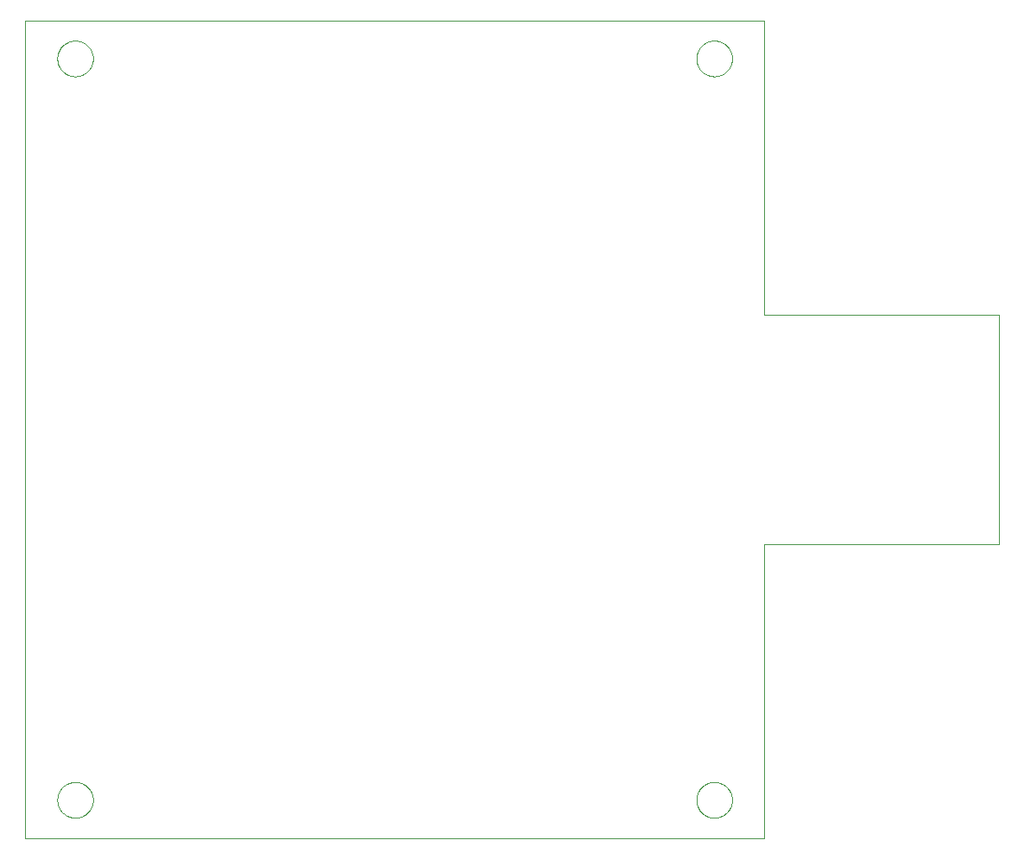
<source format=gbr>
%TF.GenerationSoftware,KiCad,Pcbnew,(5.1.12)-1*%
%TF.CreationDate,2022-04-29T07:41:31-07:00*%
%TF.ProjectId,LED_BOARD_V1,4c45445f-424f-4415-9244-5f56312e6b69,rev?*%
%TF.SameCoordinates,Original*%
%TF.FileFunction,Profile,NP*%
%FSLAX46Y46*%
G04 Gerber Fmt 4.6, Leading zero omitted, Abs format (unit mm)*
G04 Created by KiCad (PCBNEW (5.1.12)-1) date 2022-04-29 07:41:31*
%MOMM*%
%LPD*%
G01*
G04 APERTURE LIST*
%TA.AperFunction,Profile*%
%ADD10C,0.100000*%
%TD*%
G04 APERTURE END LIST*
D10*
X200543637Y-132199999D02*
X200543637Y-103326307D01*
X128020137Y-132199999D02*
X200543637Y-132199999D01*
X128020137Y-51936991D02*
X128020137Y-132199999D01*
X200543637Y-51936991D02*
X128020137Y-51936991D01*
X200543637Y-80810684D02*
X200543637Y-51936991D01*
X223552687Y-80810684D02*
X200543637Y-80810684D01*
X223552687Y-103326307D02*
X223552687Y-80810684D01*
X200543637Y-103326307D02*
X223552687Y-103326307D01*
X134696338Y-55738970D02*
X134697392Y-55678234D01*
X134693176Y-55799634D02*
X134696338Y-55738970D01*
X134687911Y-55860152D02*
X134693176Y-55799634D01*
X134680549Y-55920450D02*
X134687911Y-55860152D01*
X134671098Y-55980456D02*
X134680549Y-55920450D01*
X134659570Y-56040098D02*
X134671098Y-55980456D01*
X134645980Y-56099304D02*
X134659570Y-56040098D01*
X134630342Y-56158003D02*
X134645980Y-56099304D01*
X134612677Y-56216124D02*
X134630342Y-56158003D01*
X134593005Y-56273596D02*
X134612677Y-56216124D01*
X134571351Y-56330352D02*
X134593005Y-56273596D01*
X134547740Y-56386321D02*
X134571351Y-56330352D01*
X134522200Y-56441437D02*
X134547740Y-56386321D01*
X134494763Y-56495634D02*
X134522200Y-56441437D01*
X134465461Y-56548846D02*
X134494763Y-56495634D01*
X134434331Y-56601009D02*
X134465461Y-56548846D01*
X134401408Y-56652059D02*
X134434331Y-56601009D01*
X134366734Y-56701937D02*
X134401408Y-56652059D01*
X134330349Y-56750581D02*
X134366734Y-56701937D01*
X134292299Y-56797933D02*
X134330349Y-56750581D01*
X134252627Y-56843936D02*
X134292299Y-56797933D01*
X134211383Y-56888534D02*
X134252627Y-56843936D01*
X134168616Y-56931674D02*
X134211383Y-56888534D01*
X134124377Y-56973303D02*
X134168616Y-56931674D01*
X134078721Y-57013372D02*
X134124377Y-56973303D01*
X134031701Y-57051833D02*
X134078721Y-57013372D01*
X133983374Y-57088638D02*
X134031701Y-57051833D01*
X133933800Y-57123744D02*
X133983374Y-57088638D01*
X133883036Y-57157108D02*
X133933800Y-57123744D01*
X133831146Y-57188690D02*
X133883036Y-57157108D01*
X133778190Y-57218453D02*
X133831146Y-57188690D01*
X133724234Y-57246359D02*
X133778190Y-57218453D01*
X133669341Y-57272376D02*
X133724234Y-57246359D01*
X133613579Y-57296472D02*
X133669341Y-57272376D01*
X133557013Y-57318618D02*
X133613579Y-57296472D01*
X133499714Y-57338788D02*
X133557013Y-57318618D01*
X133441749Y-57356957D02*
X133499714Y-57338788D01*
X133383188Y-57373103D02*
X133441749Y-57356957D01*
X133324102Y-57387207D02*
X133383188Y-57373103D01*
X133264562Y-57399252D02*
X133324102Y-57387207D01*
X133204640Y-57409223D02*
X133264562Y-57399252D01*
X133144408Y-57417108D02*
X133204640Y-57409223D01*
X133083938Y-57422898D02*
X133144408Y-57417108D01*
X133023304Y-57426586D02*
X133083938Y-57422898D01*
X132962579Y-57428168D02*
X133023304Y-57426586D01*
X132901835Y-57427641D02*
X132962579Y-57428168D01*
X132841147Y-57425006D02*
X132901835Y-57427641D01*
X132780586Y-57420266D02*
X132841147Y-57425006D01*
X132720226Y-57413427D02*
X132780586Y-57420266D01*
X132660140Y-57404497D02*
X132720226Y-57413427D01*
X132600400Y-57393488D02*
X132660140Y-57404497D01*
X132541078Y-57380411D02*
X132600400Y-57393488D01*
X132482246Y-57365284D02*
X132541078Y-57380411D01*
X132423974Y-57348124D02*
X132482246Y-57365284D01*
X132366333Y-57328952D02*
X132423974Y-57348124D01*
X132309392Y-57307791D02*
X132366333Y-57328952D01*
X132253220Y-57284666D02*
X132309392Y-57307791D01*
X132197884Y-57259606D02*
X132253220Y-57284666D01*
X132143451Y-57232640D02*
X132197884Y-57259606D01*
X132089987Y-57203801D02*
X132143451Y-57232640D01*
X132037556Y-57173124D02*
X132089987Y-57203801D01*
X131986221Y-57140646D02*
X132037556Y-57173124D01*
X131936045Y-57106406D02*
X131986221Y-57140646D01*
X131887087Y-57070445D02*
X131936045Y-57106406D01*
X131839406Y-57032807D02*
X131887087Y-57070445D01*
X131793061Y-56993536D02*
X131839406Y-57032807D01*
X131748107Y-56952681D02*
X131793061Y-56993536D01*
X131704597Y-56910289D02*
X131748107Y-56952681D01*
X131662585Y-56866414D02*
X131704597Y-56910289D01*
X131622122Y-56821106D02*
X131662585Y-56866414D01*
X131583255Y-56774422D02*
X131622122Y-56821106D01*
X131546031Y-56726417D02*
X131583255Y-56774422D01*
X131510496Y-56677149D02*
X131546031Y-56726417D01*
X131476693Y-56626677D02*
X131510496Y-56677149D01*
X131444662Y-56575062D02*
X131476693Y-56626677D01*
X131414441Y-56522367D02*
X131444662Y-56575062D01*
X131386067Y-56468655D02*
X131414441Y-56522367D01*
X131359575Y-56413990D02*
X131386067Y-56468655D01*
X131334996Y-56358439D02*
X131359575Y-56413990D01*
X131312360Y-56302068D02*
X131334996Y-56358439D01*
X131291693Y-56244945D02*
X131312360Y-56302068D01*
X131273022Y-56187140D02*
X131291693Y-56244945D01*
X131256368Y-56128722D02*
X131273022Y-56187140D01*
X131241752Y-56069760D02*
X131256368Y-56128722D01*
X131229191Y-56010327D02*
X131241752Y-56069760D01*
X131218700Y-55950494D02*
X131229191Y-56010327D01*
X131210293Y-55890333D02*
X131218700Y-55950494D01*
X131203978Y-55829916D02*
X131210293Y-55890333D01*
X131199764Y-55769316D02*
X131203978Y-55829916D01*
X131197656Y-55708607D02*
X131199764Y-55769316D01*
X131197656Y-55647861D02*
X131197656Y-55708607D01*
X131199764Y-55587151D02*
X131197656Y-55647861D01*
X131203978Y-55526552D02*
X131199764Y-55587151D01*
X131210293Y-55466135D02*
X131203978Y-55526552D01*
X131218700Y-55405973D02*
X131210293Y-55466135D01*
X131229191Y-55346140D02*
X131218700Y-55405973D01*
X131241752Y-55286707D02*
X131229191Y-55346140D01*
X131256368Y-55227746D02*
X131241752Y-55286707D01*
X131273022Y-55169327D02*
X131256368Y-55227746D01*
X131291693Y-55111522D02*
X131273022Y-55169327D01*
X131312360Y-55054399D02*
X131291693Y-55111522D01*
X131334996Y-54998029D02*
X131312360Y-55054399D01*
X131359575Y-54942477D02*
X131334996Y-54998029D01*
X131386067Y-54887813D02*
X131359575Y-54942477D01*
X131414441Y-54834100D02*
X131386067Y-54887813D01*
X131444662Y-54781405D02*
X131414441Y-54834100D01*
X131476693Y-54729790D02*
X131444662Y-54781405D01*
X131510496Y-54679319D02*
X131476693Y-54729790D01*
X131546031Y-54630050D02*
X131510496Y-54679319D01*
X131583255Y-54582045D02*
X131546031Y-54630050D01*
X131622122Y-54535361D02*
X131583255Y-54582045D01*
X131662585Y-54490054D02*
X131622122Y-54535361D01*
X131704597Y-54446178D02*
X131662585Y-54490054D01*
X131748107Y-54403787D02*
X131704597Y-54446178D01*
X131793061Y-54362931D02*
X131748107Y-54403787D01*
X131839406Y-54323661D02*
X131793061Y-54362931D01*
X131887087Y-54286022D02*
X131839406Y-54323661D01*
X131936045Y-54250061D02*
X131887087Y-54286022D01*
X131986221Y-54215821D02*
X131936045Y-54250061D01*
X132037556Y-54183343D02*
X131986221Y-54215821D01*
X132089987Y-54152666D02*
X132037556Y-54183343D01*
X132143451Y-54123827D02*
X132089987Y-54152666D01*
X132197884Y-54096862D02*
X132143451Y-54123827D01*
X132253220Y-54071801D02*
X132197884Y-54096862D01*
X132309392Y-54048677D02*
X132253220Y-54071801D01*
X132366333Y-54027516D02*
X132309392Y-54048677D01*
X132423974Y-54008343D02*
X132366333Y-54027516D01*
X132482246Y-53991183D02*
X132423974Y-54008343D01*
X132541078Y-53976056D02*
X132482246Y-53991183D01*
X132600400Y-53962980D02*
X132541078Y-53976056D01*
X132660140Y-53951970D02*
X132600400Y-53962980D01*
X132720226Y-53943040D02*
X132660140Y-53951970D01*
X132780586Y-53936202D02*
X132720226Y-53943040D01*
X132841147Y-53931462D02*
X132780586Y-53936202D01*
X132901835Y-53928827D02*
X132841147Y-53931462D01*
X132962579Y-53928300D02*
X132901835Y-53928827D01*
X133023304Y-53929881D02*
X132962579Y-53928300D01*
X133083938Y-53933569D02*
X133023304Y-53929881D01*
X133144408Y-53939359D02*
X133083938Y-53933569D01*
X133204640Y-53947244D02*
X133144408Y-53939359D01*
X133264562Y-53957216D02*
X133204640Y-53947244D01*
X133324102Y-53969260D02*
X133264562Y-53957216D01*
X133383188Y-53983364D02*
X133324102Y-53969260D01*
X133441749Y-53999510D02*
X133383188Y-53983364D01*
X133499714Y-54017679D02*
X133441749Y-53999510D01*
X133557013Y-54037849D02*
X133499714Y-54017679D01*
X133613579Y-54059995D02*
X133557013Y-54037849D01*
X133669341Y-54084091D02*
X133613579Y-54059995D01*
X133724234Y-54110108D02*
X133669341Y-54084091D01*
X133778190Y-54138015D02*
X133724234Y-54110108D01*
X133831146Y-54167777D02*
X133778190Y-54138015D01*
X133883036Y-54199359D02*
X133831146Y-54167777D01*
X133933800Y-54232723D02*
X133883036Y-54199359D01*
X133983374Y-54267829D02*
X133933800Y-54232723D01*
X134031701Y-54304635D02*
X133983374Y-54267829D01*
X134078721Y-54343095D02*
X134031701Y-54304635D01*
X134124377Y-54383164D02*
X134078721Y-54343095D01*
X134168616Y-54424794D02*
X134124377Y-54383164D01*
X134211383Y-54467933D02*
X134168616Y-54424794D01*
X134252627Y-54512532D02*
X134211383Y-54467933D01*
X134292299Y-54558534D02*
X134252627Y-54512532D01*
X134330349Y-54605886D02*
X134292299Y-54558534D01*
X134366734Y-54654530D02*
X134330349Y-54605886D01*
X134401408Y-54704408D02*
X134366734Y-54654530D01*
X134434331Y-54755459D02*
X134401408Y-54704408D01*
X134465461Y-54807622D02*
X134434331Y-54755459D01*
X134494763Y-54860833D02*
X134465461Y-54807622D01*
X134522200Y-54915030D02*
X134494763Y-54860833D01*
X134547740Y-54970146D02*
X134522200Y-54915030D01*
X134571351Y-55026116D02*
X134547740Y-54970146D01*
X134593005Y-55082871D02*
X134571351Y-55026116D01*
X134612677Y-55140344D02*
X134593005Y-55082871D01*
X134630342Y-55198464D02*
X134612677Y-55140344D01*
X134645980Y-55257163D02*
X134630342Y-55198464D01*
X134659570Y-55316369D02*
X134645980Y-55257163D01*
X134671098Y-55376011D02*
X134659570Y-55316369D01*
X134680549Y-55436018D02*
X134671098Y-55376011D01*
X134687911Y-55496316D02*
X134680549Y-55436018D01*
X134693176Y-55556833D02*
X134687911Y-55496316D01*
X134696338Y-55617497D02*
X134693176Y-55556833D01*
X134697392Y-55678234D02*
X134696338Y-55617497D01*
X193867436Y-55738970D02*
X193866382Y-55678234D01*
X193870598Y-55799634D02*
X193867436Y-55738970D01*
X193875863Y-55860152D02*
X193870598Y-55799634D01*
X193883225Y-55920450D02*
X193875863Y-55860152D01*
X193892676Y-55980456D02*
X193883225Y-55920450D01*
X193904204Y-56040098D02*
X193892676Y-55980456D01*
X193917794Y-56099304D02*
X193904204Y-56040098D01*
X193933432Y-56158003D02*
X193917794Y-56099304D01*
X193951097Y-56216124D02*
X193933432Y-56158003D01*
X193970769Y-56273596D02*
X193951097Y-56216124D01*
X193992423Y-56330352D02*
X193970769Y-56273596D01*
X194016034Y-56386321D02*
X193992423Y-56330352D01*
X194041574Y-56441437D02*
X194016034Y-56386321D01*
X194069011Y-56495634D02*
X194041574Y-56441437D01*
X194098313Y-56548846D02*
X194069011Y-56495634D01*
X194129443Y-56601009D02*
X194098313Y-56548846D01*
X194162366Y-56652059D02*
X194129443Y-56601009D01*
X194197040Y-56701937D02*
X194162366Y-56652059D01*
X194233425Y-56750581D02*
X194197040Y-56701937D01*
X194271475Y-56797933D02*
X194233425Y-56750581D01*
X194311147Y-56843936D02*
X194271475Y-56797933D01*
X194352391Y-56888534D02*
X194311147Y-56843936D01*
X194395158Y-56931674D02*
X194352391Y-56888534D01*
X194439397Y-56973303D02*
X194395158Y-56931674D01*
X194485053Y-57013372D02*
X194439397Y-56973303D01*
X194532073Y-57051833D02*
X194485053Y-57013372D01*
X194580400Y-57088638D02*
X194532073Y-57051833D01*
X194629974Y-57123744D02*
X194580400Y-57088638D01*
X194680738Y-57157108D02*
X194629974Y-57123744D01*
X194732628Y-57188690D02*
X194680738Y-57157108D01*
X194785584Y-57218453D02*
X194732628Y-57188690D01*
X194839540Y-57246359D02*
X194785584Y-57218453D01*
X194894433Y-57272376D02*
X194839540Y-57246359D01*
X194950195Y-57296472D02*
X194894433Y-57272376D01*
X195006760Y-57318618D02*
X194950195Y-57296472D01*
X195064060Y-57338788D02*
X195006760Y-57318618D01*
X195122025Y-57356957D02*
X195064060Y-57338788D01*
X195180586Y-57373103D02*
X195122025Y-57356957D01*
X195239672Y-57387207D02*
X195180586Y-57373103D01*
X195299212Y-57399252D02*
X195239672Y-57387207D01*
X195359134Y-57409223D02*
X195299212Y-57399252D01*
X195419366Y-57417108D02*
X195359134Y-57409223D01*
X195479836Y-57422898D02*
X195419366Y-57417108D01*
X195540469Y-57426586D02*
X195479836Y-57422898D01*
X195601195Y-57428168D02*
X195540469Y-57426586D01*
X195661939Y-57427641D02*
X195601195Y-57428168D01*
X195722627Y-57425006D02*
X195661939Y-57427641D01*
X195783188Y-57420266D02*
X195722627Y-57425006D01*
X195843548Y-57413427D02*
X195783188Y-57420266D01*
X195903634Y-57404497D02*
X195843548Y-57413427D01*
X195963374Y-57393488D02*
X195903634Y-57404497D01*
X196022696Y-57380411D02*
X195963374Y-57393488D01*
X196081528Y-57365284D02*
X196022696Y-57380411D01*
X196139800Y-57348124D02*
X196081528Y-57365284D01*
X196197441Y-57328952D02*
X196139800Y-57348124D01*
X196254382Y-57307791D02*
X196197441Y-57328952D01*
X196310554Y-57284666D02*
X196254382Y-57307791D01*
X196365890Y-57259606D02*
X196310554Y-57284666D01*
X196420323Y-57232640D02*
X196365890Y-57259606D01*
X196473787Y-57203801D02*
X196420323Y-57232640D01*
X196526218Y-57173124D02*
X196473787Y-57203801D01*
X196577553Y-57140646D02*
X196526218Y-57173124D01*
X196627729Y-57106406D02*
X196577553Y-57140646D01*
X196676687Y-57070445D02*
X196627729Y-57106406D01*
X196724367Y-57032807D02*
X196676687Y-57070445D01*
X196770713Y-56993536D02*
X196724367Y-57032807D01*
X196815667Y-56952681D02*
X196770713Y-56993536D01*
X196859177Y-56910289D02*
X196815667Y-56952681D01*
X196901189Y-56866414D02*
X196859177Y-56910289D01*
X196941652Y-56821106D02*
X196901189Y-56866414D01*
X196980519Y-56774422D02*
X196941652Y-56821106D01*
X197017743Y-56726417D02*
X196980519Y-56774422D01*
X197053277Y-56677149D02*
X197017743Y-56726417D01*
X197087081Y-56626677D02*
X197053277Y-56677149D01*
X197119112Y-56575062D02*
X197087081Y-56626677D01*
X197149333Y-56522367D02*
X197119112Y-56575062D01*
X197177707Y-56468655D02*
X197149333Y-56522367D01*
X197204199Y-56413990D02*
X197177707Y-56468655D01*
X197228778Y-56358439D02*
X197204199Y-56413990D01*
X197251414Y-56302068D02*
X197228778Y-56358439D01*
X197272081Y-56244945D02*
X197251414Y-56302068D01*
X197290752Y-56187140D02*
X197272081Y-56244945D01*
X197307405Y-56128722D02*
X197290752Y-56187140D01*
X197322022Y-56069760D02*
X197307405Y-56128722D01*
X197334583Y-56010327D02*
X197322022Y-56069760D01*
X197345073Y-55950494D02*
X197334583Y-56010327D01*
X197353481Y-55890333D02*
X197345073Y-55950494D01*
X197359796Y-55829916D02*
X197353481Y-55890333D01*
X197364010Y-55769316D02*
X197359796Y-55829916D01*
X197366118Y-55708607D02*
X197364010Y-55769316D01*
X197366118Y-55647861D02*
X197366118Y-55708607D01*
X197364010Y-55587151D02*
X197366118Y-55647861D01*
X197359796Y-55526552D02*
X197364010Y-55587151D01*
X197353481Y-55466135D02*
X197359796Y-55526552D01*
X197345073Y-55405973D02*
X197353481Y-55466135D01*
X197334583Y-55346140D02*
X197345073Y-55405973D01*
X197322022Y-55286707D02*
X197334583Y-55346140D01*
X197307405Y-55227746D02*
X197322022Y-55286707D01*
X197290752Y-55169327D02*
X197307405Y-55227746D01*
X197272081Y-55111522D02*
X197290752Y-55169327D01*
X197251414Y-55054399D02*
X197272081Y-55111522D01*
X197228778Y-54998029D02*
X197251414Y-55054399D01*
X197204199Y-54942477D02*
X197228778Y-54998029D01*
X197177707Y-54887813D02*
X197204199Y-54942477D01*
X197149333Y-54834100D02*
X197177707Y-54887813D01*
X197119112Y-54781405D02*
X197149333Y-54834100D01*
X197087081Y-54729790D02*
X197119112Y-54781405D01*
X197053277Y-54679319D02*
X197087081Y-54729790D01*
X197017743Y-54630050D02*
X197053277Y-54679319D01*
X196980519Y-54582045D02*
X197017743Y-54630050D01*
X196941652Y-54535361D02*
X196980519Y-54582045D01*
X196901189Y-54490054D02*
X196941652Y-54535361D01*
X196859177Y-54446178D02*
X196901189Y-54490054D01*
X196815667Y-54403787D02*
X196859177Y-54446178D01*
X196770713Y-54362931D02*
X196815667Y-54403787D01*
X196724367Y-54323661D02*
X196770713Y-54362931D01*
X196676687Y-54286022D02*
X196724367Y-54323661D01*
X196627729Y-54250061D02*
X196676687Y-54286022D01*
X196577553Y-54215821D02*
X196627729Y-54250061D01*
X196526218Y-54183343D02*
X196577553Y-54215821D01*
X196473787Y-54152666D02*
X196526218Y-54183343D01*
X196420323Y-54123827D02*
X196473787Y-54152666D01*
X196365890Y-54096862D02*
X196420323Y-54123827D01*
X196310554Y-54071801D02*
X196365890Y-54096862D01*
X196254382Y-54048677D02*
X196310554Y-54071801D01*
X196197441Y-54027516D02*
X196254382Y-54048677D01*
X196139800Y-54008343D02*
X196197441Y-54027516D01*
X196081528Y-53991183D02*
X196139800Y-54008343D01*
X196022696Y-53976056D02*
X196081528Y-53991183D01*
X195963374Y-53962980D02*
X196022696Y-53976056D01*
X195903634Y-53951970D02*
X195963374Y-53962980D01*
X195843548Y-53943040D02*
X195903634Y-53951970D01*
X195783188Y-53936202D02*
X195843548Y-53943040D01*
X195722627Y-53931462D02*
X195783188Y-53936202D01*
X195661939Y-53928827D02*
X195722627Y-53931462D01*
X195601195Y-53928300D02*
X195661939Y-53928827D01*
X195540469Y-53929881D02*
X195601195Y-53928300D01*
X195479836Y-53933569D02*
X195540469Y-53929881D01*
X195419366Y-53939359D02*
X195479836Y-53933569D01*
X195359134Y-53947244D02*
X195419366Y-53939359D01*
X195299212Y-53957216D02*
X195359134Y-53947244D01*
X195239672Y-53969260D02*
X195299212Y-53957216D01*
X195180586Y-53983364D02*
X195239672Y-53969260D01*
X195122025Y-53999510D02*
X195180586Y-53983364D01*
X195064060Y-54017679D02*
X195122025Y-53999510D01*
X195006760Y-54037849D02*
X195064060Y-54017679D01*
X194950195Y-54059995D02*
X195006760Y-54037849D01*
X194894433Y-54084091D02*
X194950195Y-54059995D01*
X194839540Y-54110108D02*
X194894433Y-54084091D01*
X194785584Y-54138015D02*
X194839540Y-54110108D01*
X194732628Y-54167777D02*
X194785584Y-54138015D01*
X194680738Y-54199359D02*
X194732628Y-54167777D01*
X194629974Y-54232723D02*
X194680738Y-54199359D01*
X194580400Y-54267829D02*
X194629974Y-54232723D01*
X194532073Y-54304635D02*
X194580400Y-54267829D01*
X194485053Y-54343095D02*
X194532073Y-54304635D01*
X194439397Y-54383164D02*
X194485053Y-54343095D01*
X194395158Y-54424794D02*
X194439397Y-54383164D01*
X194352391Y-54467933D02*
X194395158Y-54424794D01*
X194311147Y-54512532D02*
X194352391Y-54467933D01*
X194271475Y-54558534D02*
X194311147Y-54512532D01*
X194233425Y-54605886D02*
X194271475Y-54558534D01*
X194197040Y-54654530D02*
X194233425Y-54605886D01*
X194162366Y-54704408D02*
X194197040Y-54654530D01*
X194129443Y-54755459D02*
X194162366Y-54704408D01*
X194098313Y-54807622D02*
X194129443Y-54755459D01*
X194069011Y-54860833D02*
X194098313Y-54807622D01*
X194041574Y-54915030D02*
X194069011Y-54860833D01*
X194016034Y-54970146D02*
X194041574Y-54915030D01*
X193992423Y-55026116D02*
X194016034Y-54970146D01*
X193970769Y-55082871D02*
X193992423Y-55026116D01*
X193951097Y-55140344D02*
X193970769Y-55082871D01*
X193933432Y-55198464D02*
X193951097Y-55140344D01*
X193917794Y-55257163D02*
X193933432Y-55198464D01*
X193904204Y-55316369D02*
X193917794Y-55257163D01*
X193892676Y-55376011D02*
X193904204Y-55316369D01*
X193883225Y-55436018D02*
X193892676Y-55376011D01*
X193875863Y-55496316D02*
X193883225Y-55436018D01*
X193870598Y-55556833D02*
X193875863Y-55496316D01*
X193867436Y-55617497D02*
X193870598Y-55556833D01*
X193866382Y-55678234D02*
X193867436Y-55617497D01*
X134696338Y-128398021D02*
X134697392Y-128458757D01*
X134693176Y-128337357D02*
X134696338Y-128398021D01*
X134687911Y-128276840D02*
X134693176Y-128337357D01*
X134680549Y-128216541D02*
X134687911Y-128276840D01*
X134671098Y-128156535D02*
X134680549Y-128216541D01*
X134659570Y-128096893D02*
X134671098Y-128156535D01*
X134645980Y-128037687D02*
X134659570Y-128096893D01*
X134630342Y-127978988D02*
X134645980Y-128037687D01*
X134612677Y-127920867D02*
X134630342Y-127978988D01*
X134593005Y-127863395D02*
X134612677Y-127920867D01*
X134571351Y-127806639D02*
X134593005Y-127863395D01*
X134547740Y-127750670D02*
X134571351Y-127806639D01*
X134522200Y-127695554D02*
X134547740Y-127750670D01*
X134494763Y-127641357D02*
X134522200Y-127695554D01*
X134465461Y-127588145D02*
X134494763Y-127641357D01*
X134434331Y-127535982D02*
X134465461Y-127588145D01*
X134401408Y-127484932D02*
X134434331Y-127535982D01*
X134366734Y-127435054D02*
X134401408Y-127484932D01*
X134330349Y-127386410D02*
X134366734Y-127435054D01*
X134292299Y-127339058D02*
X134330349Y-127386410D01*
X134252627Y-127293055D02*
X134292299Y-127339058D01*
X134211383Y-127248457D02*
X134252627Y-127293055D01*
X134168616Y-127205317D02*
X134211383Y-127248457D01*
X134124377Y-127163688D02*
X134168616Y-127205317D01*
X134078721Y-127123619D02*
X134124377Y-127163688D01*
X134031701Y-127085158D02*
X134078721Y-127123619D01*
X133983374Y-127048353D02*
X134031701Y-127085158D01*
X133933800Y-127013247D02*
X133983374Y-127048353D01*
X133883036Y-126979883D02*
X133933800Y-127013247D01*
X133831146Y-126948301D02*
X133883036Y-126979883D01*
X133778190Y-126918538D02*
X133831146Y-126948301D01*
X133724234Y-126890632D02*
X133778190Y-126918538D01*
X133669341Y-126864615D02*
X133724234Y-126890632D01*
X133613579Y-126840519D02*
X133669341Y-126864615D01*
X133557013Y-126818373D02*
X133613579Y-126840519D01*
X133499714Y-126798203D02*
X133557013Y-126818373D01*
X133441749Y-126780034D02*
X133499714Y-126798203D01*
X133383188Y-126763888D02*
X133441749Y-126780034D01*
X133324102Y-126749784D02*
X133383188Y-126763888D01*
X133264562Y-126737739D02*
X133324102Y-126749784D01*
X133204640Y-126727768D02*
X133264562Y-126737739D01*
X133144408Y-126719883D02*
X133204640Y-126727768D01*
X133083938Y-126714093D02*
X133144408Y-126719883D01*
X133023304Y-126710405D02*
X133083938Y-126714093D01*
X132962579Y-126708823D02*
X133023304Y-126710405D01*
X132901835Y-126709350D02*
X132962579Y-126708823D01*
X132841147Y-126711986D02*
X132901835Y-126709350D01*
X132780586Y-126716725D02*
X132841147Y-126711986D01*
X132720226Y-126723564D02*
X132780586Y-126716725D01*
X132660140Y-126732494D02*
X132720226Y-126723564D01*
X132600400Y-126743503D02*
X132660140Y-126732494D01*
X132541078Y-126756580D02*
X132600400Y-126743503D01*
X132482246Y-126771707D02*
X132541078Y-126756580D01*
X132423974Y-126788867D02*
X132482246Y-126771707D01*
X132366333Y-126808039D02*
X132423974Y-126788867D01*
X132309392Y-126829200D02*
X132366333Y-126808039D01*
X132253220Y-126852325D02*
X132309392Y-126829200D01*
X132197884Y-126877385D02*
X132253220Y-126852325D01*
X132143451Y-126904351D02*
X132197884Y-126877385D01*
X132089987Y-126933190D02*
X132143451Y-126904351D01*
X132037556Y-126963867D02*
X132089987Y-126933190D01*
X131986221Y-126996345D02*
X132037556Y-126963867D01*
X131936045Y-127030585D02*
X131986221Y-126996345D01*
X131887087Y-127066546D02*
X131936045Y-127030585D01*
X131839406Y-127104184D02*
X131887087Y-127066546D01*
X131793061Y-127143455D02*
X131839406Y-127104184D01*
X131748107Y-127184311D02*
X131793061Y-127143455D01*
X131704597Y-127226702D02*
X131748107Y-127184311D01*
X131662585Y-127270577D02*
X131704597Y-127226702D01*
X131622122Y-127315885D02*
X131662585Y-127270577D01*
X131583255Y-127362569D02*
X131622122Y-127315885D01*
X131546031Y-127410574D02*
X131583255Y-127362569D01*
X131510496Y-127459842D02*
X131546031Y-127410574D01*
X131476693Y-127510314D02*
X131510496Y-127459842D01*
X131444662Y-127561929D02*
X131476693Y-127510314D01*
X131414441Y-127614624D02*
X131444662Y-127561929D01*
X131386067Y-127668336D02*
X131414441Y-127614624D01*
X131359575Y-127723001D02*
X131386067Y-127668336D01*
X131334996Y-127778552D02*
X131359575Y-127723001D01*
X131312360Y-127834923D02*
X131334996Y-127778552D01*
X131291693Y-127892046D02*
X131312360Y-127834923D01*
X131273022Y-127949851D02*
X131291693Y-127892046D01*
X131256368Y-128008269D02*
X131273022Y-127949851D01*
X131241752Y-128067231D02*
X131256368Y-128008269D01*
X131229191Y-128126664D02*
X131241752Y-128067231D01*
X131218700Y-128186497D02*
X131229191Y-128126664D01*
X131210293Y-128246658D02*
X131218700Y-128186497D01*
X131203978Y-128307075D02*
X131210293Y-128246658D01*
X131199764Y-128367675D02*
X131203978Y-128307075D01*
X131197656Y-128428384D02*
X131199764Y-128367675D01*
X131197656Y-128489130D02*
X131197656Y-128428384D01*
X131199764Y-128549840D02*
X131197656Y-128489130D01*
X131203978Y-128610439D02*
X131199764Y-128549840D01*
X131210293Y-128670856D02*
X131203978Y-128610439D01*
X131218700Y-128731018D02*
X131210293Y-128670856D01*
X131229191Y-128790851D02*
X131218700Y-128731018D01*
X131241752Y-128850284D02*
X131229191Y-128790851D01*
X131256368Y-128909245D02*
X131241752Y-128850284D01*
X131273022Y-128967664D02*
X131256368Y-128909245D01*
X131291693Y-129025469D02*
X131273022Y-128967664D01*
X131312360Y-129082592D02*
X131291693Y-129025469D01*
X131334996Y-129138963D02*
X131312360Y-129082592D01*
X131359575Y-129194514D02*
X131334996Y-129138963D01*
X131386067Y-129249178D02*
X131359575Y-129194514D01*
X131414441Y-129302891D02*
X131386067Y-129249178D01*
X131444662Y-129355586D02*
X131414441Y-129302891D01*
X131476693Y-129407201D02*
X131444662Y-129355586D01*
X131510496Y-129457672D02*
X131476693Y-129407201D01*
X131546031Y-129506941D02*
X131510496Y-129457672D01*
X131583255Y-129554946D02*
X131546031Y-129506941D01*
X131622122Y-129601630D02*
X131583255Y-129554946D01*
X131662585Y-129646937D02*
X131622122Y-129601630D01*
X131704597Y-129690813D02*
X131662585Y-129646937D01*
X131748107Y-129733204D02*
X131704597Y-129690813D01*
X131793061Y-129774060D02*
X131748107Y-129733204D01*
X131839406Y-129813330D02*
X131793061Y-129774060D01*
X131887087Y-129850969D02*
X131839406Y-129813330D01*
X131936045Y-129886930D02*
X131887087Y-129850969D01*
X131986221Y-129921170D02*
X131936045Y-129886930D01*
X132037556Y-129953648D02*
X131986221Y-129921170D01*
X132089987Y-129984325D02*
X132037556Y-129953648D01*
X132143451Y-130013164D02*
X132089987Y-129984325D01*
X132197884Y-130040129D02*
X132143451Y-130013164D01*
X132253220Y-130065190D02*
X132197884Y-130040129D01*
X132309392Y-130088314D02*
X132253220Y-130065190D01*
X132366333Y-130109475D02*
X132309392Y-130088314D01*
X132423974Y-130128648D02*
X132366333Y-130109475D01*
X132482246Y-130145808D02*
X132423974Y-130128648D01*
X132541078Y-130160935D02*
X132482246Y-130145808D01*
X132600400Y-130174011D02*
X132541078Y-130160935D01*
X132660140Y-130185021D02*
X132600400Y-130174011D01*
X132720226Y-130193951D02*
X132660140Y-130185021D01*
X132780586Y-130200789D02*
X132720226Y-130193951D01*
X132841147Y-130205529D02*
X132780586Y-130200789D01*
X132901835Y-130208164D02*
X132841147Y-130205529D01*
X132962579Y-130208691D02*
X132901835Y-130208164D01*
X133023304Y-130207110D02*
X132962579Y-130208691D01*
X133083938Y-130203422D02*
X133023304Y-130207110D01*
X133144408Y-130197632D02*
X133083938Y-130203422D01*
X133204640Y-130189747D02*
X133144408Y-130197632D01*
X133264562Y-130179775D02*
X133204640Y-130189747D01*
X133324102Y-130167731D02*
X133264562Y-130179775D01*
X133383188Y-130153627D02*
X133324102Y-130167731D01*
X133441749Y-130137481D02*
X133383188Y-130153627D01*
X133499714Y-130119312D02*
X133441749Y-130137481D01*
X133557013Y-130099142D02*
X133499714Y-130119312D01*
X133613579Y-130076996D02*
X133557013Y-130099142D01*
X133669341Y-130052900D02*
X133613579Y-130076996D01*
X133724234Y-130026883D02*
X133669341Y-130052900D01*
X133778190Y-129998976D02*
X133724234Y-130026883D01*
X133831146Y-129969214D02*
X133778190Y-129998976D01*
X133883036Y-129937632D02*
X133831146Y-129969214D01*
X133933800Y-129904268D02*
X133883036Y-129937632D01*
X133983374Y-129869162D02*
X133933800Y-129904268D01*
X134031701Y-129832357D02*
X133983374Y-129869162D01*
X134078721Y-129793896D02*
X134031701Y-129832357D01*
X134124377Y-129753827D02*
X134078721Y-129793896D01*
X134168616Y-129712197D02*
X134124377Y-129753827D01*
X134211383Y-129669058D02*
X134168616Y-129712197D01*
X134252627Y-129624459D02*
X134211383Y-129669058D01*
X134292299Y-129578457D02*
X134252627Y-129624459D01*
X134330349Y-129531105D02*
X134292299Y-129578457D01*
X134366734Y-129482461D02*
X134330349Y-129531105D01*
X134401408Y-129432583D02*
X134366734Y-129482461D01*
X134434331Y-129381532D02*
X134401408Y-129432583D01*
X134465461Y-129329370D02*
X134434331Y-129381532D01*
X134494763Y-129276158D02*
X134465461Y-129329370D01*
X134522200Y-129221961D02*
X134494763Y-129276158D01*
X134547740Y-129166845D02*
X134522200Y-129221961D01*
X134571351Y-129110875D02*
X134547740Y-129166845D01*
X134593005Y-129054120D02*
X134571351Y-129110875D01*
X134612677Y-128996648D02*
X134593005Y-129054120D01*
X134630342Y-128938527D02*
X134612677Y-128996648D01*
X134645980Y-128879828D02*
X134630342Y-128938527D01*
X134659570Y-128820622D02*
X134645980Y-128879828D01*
X134671098Y-128760980D02*
X134659570Y-128820622D01*
X134680549Y-128700973D02*
X134671098Y-128760980D01*
X134687911Y-128640675D02*
X134680549Y-128700973D01*
X134693176Y-128580158D02*
X134687911Y-128640675D01*
X134696338Y-128519494D02*
X134693176Y-128580158D01*
X134697392Y-128458757D02*
X134696338Y-128519494D01*
X193867436Y-128398021D02*
X193866382Y-128458757D01*
X193870598Y-128337357D02*
X193867436Y-128398021D01*
X193875863Y-128276840D02*
X193870598Y-128337357D01*
X193883225Y-128216541D02*
X193875863Y-128276840D01*
X193892676Y-128156535D02*
X193883225Y-128216541D01*
X193904204Y-128096893D02*
X193892676Y-128156535D01*
X193917794Y-128037687D02*
X193904204Y-128096893D01*
X193933432Y-127978988D02*
X193917794Y-128037687D01*
X193951097Y-127920867D02*
X193933432Y-127978988D01*
X193970769Y-127863395D02*
X193951097Y-127920867D01*
X193992423Y-127806639D02*
X193970769Y-127863395D01*
X194016034Y-127750670D02*
X193992423Y-127806639D01*
X194041574Y-127695554D02*
X194016034Y-127750670D01*
X194069011Y-127641357D02*
X194041574Y-127695554D01*
X194098313Y-127588145D02*
X194069011Y-127641357D01*
X194129443Y-127535982D02*
X194098313Y-127588145D01*
X194162366Y-127484932D02*
X194129443Y-127535982D01*
X194197040Y-127435054D02*
X194162366Y-127484932D01*
X194233425Y-127386410D02*
X194197040Y-127435054D01*
X194271475Y-127339058D02*
X194233425Y-127386410D01*
X194311147Y-127293055D02*
X194271475Y-127339058D01*
X194352391Y-127248457D02*
X194311147Y-127293055D01*
X194395158Y-127205317D02*
X194352391Y-127248457D01*
X194439397Y-127163688D02*
X194395158Y-127205317D01*
X194485053Y-127123619D02*
X194439397Y-127163688D01*
X194532073Y-127085158D02*
X194485053Y-127123619D01*
X194580400Y-127048353D02*
X194532073Y-127085158D01*
X194629974Y-127013247D02*
X194580400Y-127048353D01*
X194680738Y-126979883D02*
X194629974Y-127013247D01*
X194732628Y-126948301D02*
X194680738Y-126979883D01*
X194785584Y-126918538D02*
X194732628Y-126948301D01*
X194839540Y-126890632D02*
X194785584Y-126918538D01*
X194894433Y-126864615D02*
X194839540Y-126890632D01*
X194950195Y-126840519D02*
X194894433Y-126864615D01*
X195006760Y-126818373D02*
X194950195Y-126840519D01*
X195064060Y-126798203D02*
X195006760Y-126818373D01*
X195122025Y-126780034D02*
X195064060Y-126798203D01*
X195180586Y-126763888D02*
X195122025Y-126780034D01*
X195239672Y-126749784D02*
X195180586Y-126763888D01*
X195299212Y-126737739D02*
X195239672Y-126749784D01*
X195359134Y-126727768D02*
X195299212Y-126737739D01*
X195419366Y-126719883D02*
X195359134Y-126727768D01*
X195479836Y-126714093D02*
X195419366Y-126719883D01*
X195540469Y-126710405D02*
X195479836Y-126714093D01*
X195601195Y-126708823D02*
X195540469Y-126710405D01*
X195661939Y-126709350D02*
X195601195Y-126708823D01*
X195722627Y-126711986D02*
X195661939Y-126709350D01*
X195783188Y-126716725D02*
X195722627Y-126711986D01*
X195843548Y-126723564D02*
X195783188Y-126716725D01*
X195903634Y-126732494D02*
X195843548Y-126723564D01*
X195963374Y-126743503D02*
X195903634Y-126732494D01*
X196022696Y-126756580D02*
X195963374Y-126743503D01*
X196081528Y-126771707D02*
X196022696Y-126756580D01*
X196139800Y-126788867D02*
X196081528Y-126771707D01*
X196197441Y-126808039D02*
X196139800Y-126788867D01*
X196254382Y-126829200D02*
X196197441Y-126808039D01*
X196310554Y-126852325D02*
X196254382Y-126829200D01*
X196365890Y-126877385D02*
X196310554Y-126852325D01*
X196420323Y-126904351D02*
X196365890Y-126877385D01*
X196473787Y-126933190D02*
X196420323Y-126904351D01*
X196526218Y-126963867D02*
X196473787Y-126933190D01*
X196577553Y-126996345D02*
X196526218Y-126963867D01*
X196627729Y-127030585D02*
X196577553Y-126996345D01*
X196676687Y-127066546D02*
X196627729Y-127030585D01*
X196724367Y-127104184D02*
X196676687Y-127066546D01*
X196770713Y-127143455D02*
X196724367Y-127104184D01*
X196815667Y-127184311D02*
X196770713Y-127143455D01*
X196859177Y-127226702D02*
X196815667Y-127184311D01*
X196901189Y-127270577D02*
X196859177Y-127226702D01*
X196941652Y-127315885D02*
X196901189Y-127270577D01*
X196980519Y-127362569D02*
X196941652Y-127315885D01*
X197017743Y-127410574D02*
X196980519Y-127362569D01*
X197053277Y-127459842D02*
X197017743Y-127410574D01*
X197087081Y-127510314D02*
X197053277Y-127459842D01*
X197119112Y-127561929D02*
X197087081Y-127510314D01*
X197149333Y-127614624D02*
X197119112Y-127561929D01*
X197177707Y-127668336D02*
X197149333Y-127614624D01*
X197204199Y-127723001D02*
X197177707Y-127668336D01*
X197228778Y-127778552D02*
X197204199Y-127723001D01*
X197251414Y-127834923D02*
X197228778Y-127778552D01*
X197272081Y-127892046D02*
X197251414Y-127834923D01*
X197290752Y-127949851D02*
X197272081Y-127892046D01*
X197307405Y-128008269D02*
X197290752Y-127949851D01*
X197322022Y-128067231D02*
X197307405Y-128008269D01*
X197334583Y-128126664D02*
X197322022Y-128067231D01*
X197345073Y-128186497D02*
X197334583Y-128126664D01*
X197353481Y-128246658D02*
X197345073Y-128186497D01*
X197359796Y-128307075D02*
X197353481Y-128246658D01*
X197364010Y-128367675D02*
X197359796Y-128307075D01*
X197366118Y-128428384D02*
X197364010Y-128367675D01*
X197366118Y-128489130D02*
X197366118Y-128428384D01*
X197364010Y-128549840D02*
X197366118Y-128489130D01*
X197359796Y-128610439D02*
X197364010Y-128549840D01*
X197353481Y-128670856D02*
X197359796Y-128610439D01*
X197345073Y-128731018D02*
X197353481Y-128670856D01*
X197334583Y-128790851D02*
X197345073Y-128731018D01*
X197322022Y-128850284D02*
X197334583Y-128790851D01*
X197307405Y-128909245D02*
X197322022Y-128850284D01*
X197290752Y-128967664D02*
X197307405Y-128909245D01*
X197272081Y-129025469D02*
X197290752Y-128967664D01*
X197251414Y-129082592D02*
X197272081Y-129025469D01*
X197228778Y-129138963D02*
X197251414Y-129082592D01*
X197204199Y-129194514D02*
X197228778Y-129138963D01*
X197177707Y-129249178D02*
X197204199Y-129194514D01*
X197149333Y-129302891D02*
X197177707Y-129249178D01*
X197119112Y-129355586D02*
X197149333Y-129302891D01*
X197087081Y-129407201D02*
X197119112Y-129355586D01*
X197053277Y-129457672D02*
X197087081Y-129407201D01*
X197017743Y-129506941D02*
X197053277Y-129457672D01*
X196980519Y-129554946D02*
X197017743Y-129506941D01*
X196941652Y-129601630D02*
X196980519Y-129554946D01*
X196901189Y-129646937D02*
X196941652Y-129601630D01*
X196859177Y-129690813D02*
X196901189Y-129646937D01*
X196815667Y-129733204D02*
X196859177Y-129690813D01*
X196770713Y-129774060D02*
X196815667Y-129733204D01*
X196724367Y-129813330D02*
X196770713Y-129774060D01*
X196676687Y-129850969D02*
X196724367Y-129813330D01*
X196627729Y-129886930D02*
X196676687Y-129850969D01*
X196577553Y-129921170D02*
X196627729Y-129886930D01*
X196526218Y-129953648D02*
X196577553Y-129921170D01*
X196473787Y-129984325D02*
X196526218Y-129953648D01*
X196420323Y-130013164D02*
X196473787Y-129984325D01*
X196365890Y-130040129D02*
X196420323Y-130013164D01*
X196310554Y-130065190D02*
X196365890Y-130040129D01*
X196254382Y-130088314D02*
X196310554Y-130065190D01*
X196197441Y-130109475D02*
X196254382Y-130088314D01*
X196139800Y-130128648D02*
X196197441Y-130109475D01*
X196081528Y-130145808D02*
X196139800Y-130128648D01*
X196022696Y-130160935D02*
X196081528Y-130145808D01*
X195963374Y-130174011D02*
X196022696Y-130160935D01*
X195903634Y-130185021D02*
X195963374Y-130174011D01*
X195843548Y-130193951D02*
X195903634Y-130185021D01*
X195783188Y-130200789D02*
X195843548Y-130193951D01*
X195722627Y-130205529D02*
X195783188Y-130200789D01*
X195661939Y-130208164D02*
X195722627Y-130205529D01*
X195601195Y-130208691D02*
X195661939Y-130208164D01*
X195540469Y-130207110D02*
X195601195Y-130208691D01*
X195479836Y-130203422D02*
X195540469Y-130207110D01*
X195419366Y-130197632D02*
X195479836Y-130203422D01*
X195359134Y-130189747D02*
X195419366Y-130197632D01*
X195299212Y-130179775D02*
X195359134Y-130189747D01*
X195239672Y-130167731D02*
X195299212Y-130179775D01*
X195180586Y-130153627D02*
X195239672Y-130167731D01*
X195122025Y-130137481D02*
X195180586Y-130153627D01*
X195064060Y-130119312D02*
X195122025Y-130137481D01*
X195006760Y-130099142D02*
X195064060Y-130119312D01*
X194950195Y-130076996D02*
X195006760Y-130099142D01*
X194894433Y-130052900D02*
X194950195Y-130076996D01*
X194839540Y-130026883D02*
X194894433Y-130052900D01*
X194785584Y-129998976D02*
X194839540Y-130026883D01*
X194732628Y-129969214D02*
X194785584Y-129998976D01*
X194680738Y-129937632D02*
X194732628Y-129969214D01*
X194629974Y-129904268D02*
X194680738Y-129937632D01*
X194580400Y-129869162D02*
X194629974Y-129904268D01*
X194532073Y-129832357D02*
X194580400Y-129869162D01*
X194485053Y-129793896D02*
X194532073Y-129832357D01*
X194439397Y-129753827D02*
X194485053Y-129793896D01*
X194395158Y-129712197D02*
X194439397Y-129753827D01*
X194352391Y-129669058D02*
X194395158Y-129712197D01*
X194311147Y-129624459D02*
X194352391Y-129669058D01*
X194271475Y-129578457D02*
X194311147Y-129624459D01*
X194233425Y-129531105D02*
X194271475Y-129578457D01*
X194197040Y-129482461D02*
X194233425Y-129531105D01*
X194162366Y-129432583D02*
X194197040Y-129482461D01*
X194129443Y-129381532D02*
X194162366Y-129432583D01*
X194098313Y-129329370D02*
X194129443Y-129381532D01*
X194069011Y-129276158D02*
X194098313Y-129329370D01*
X194041574Y-129221961D02*
X194069011Y-129276158D01*
X194016034Y-129166845D02*
X194041574Y-129221961D01*
X193992423Y-129110875D02*
X194016034Y-129166845D01*
X193970769Y-129054120D02*
X193992423Y-129110875D01*
X193951097Y-128996648D02*
X193970769Y-129054120D01*
X193933432Y-128938527D02*
X193951097Y-128996648D01*
X193917794Y-128879828D02*
X193933432Y-128938527D01*
X193904204Y-128820622D02*
X193917794Y-128879828D01*
X193892676Y-128760980D02*
X193904204Y-128820622D01*
X193883225Y-128700973D02*
X193892676Y-128760980D01*
X193875863Y-128640675D02*
X193883225Y-128700973D01*
X193870598Y-128580158D02*
X193875863Y-128640675D01*
X193867436Y-128519494D02*
X193870598Y-128580158D01*
X193866382Y-128458757D02*
X193867436Y-128519494D01*
M02*

</source>
